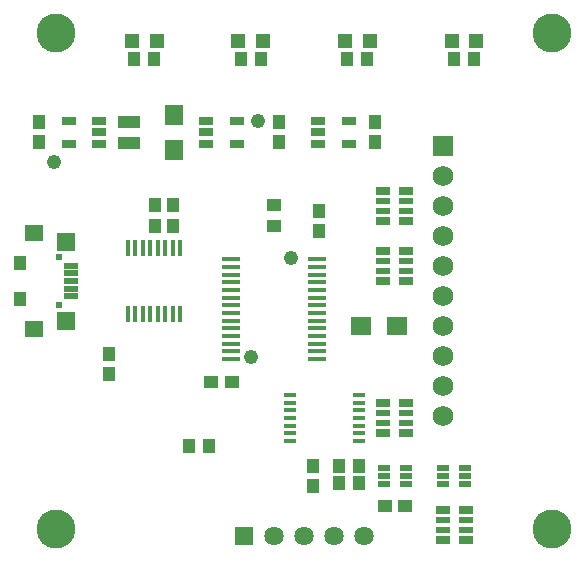
<source format=gts>
G75*
%MOIN*%
%OFA0B0*%
%FSLAX25Y25*%
%IPPOS*%
%LPD*%
%AMOC8*
5,1,8,0,0,1.08239X$1,22.5*
%
%ADD10R,0.04337X0.04731*%
%ADD11R,0.05124X0.05124*%
%ADD12R,0.04731X0.04337*%
%ADD13R,0.06699X0.05912*%
%ADD14R,0.07408X0.04416*%
%ADD15R,0.05912X0.06699*%
%ADD16R,0.04928X0.02132*%
%ADD17R,0.04928X0.02880*%
%ADD18R,0.05900X0.01770*%
%ADD19R,0.05124X0.02565*%
%ADD20R,0.01660X0.05361*%
%ADD21C,0.12998*%
%ADD22R,0.06306X0.05715*%
%ADD23R,0.05912X0.05912*%
%ADD24R,0.05124X0.01975*%
%ADD25C,0.02369*%
%ADD26R,0.06837X0.06837*%
%ADD27C,0.06837*%
%ADD28R,0.03937X0.01772*%
%ADD29R,0.04331X0.02244*%
%ADD30R,0.06424X0.06424*%
%ADD31C,0.06424*%
%ADD32C,0.04900*%
D10*
X0116197Y0106500D03*
X0122890Y0106500D03*
X0089543Y0130654D03*
X0089543Y0137346D03*
X0060016Y0155594D03*
X0060016Y0167406D03*
X0104856Y0180029D03*
X0110793Y0180029D03*
X0110793Y0186721D03*
X0104856Y0186721D03*
X0066165Y0207738D03*
X0066165Y0214431D03*
X0097902Y0235516D03*
X0104594Y0235516D03*
X0133433Y0235516D03*
X0140126Y0235516D03*
X0146165Y0214431D03*
X0146165Y0207738D03*
X0159543Y0184846D03*
X0159543Y0178154D03*
X0178043Y0207738D03*
X0178043Y0214431D03*
X0175657Y0235516D03*
X0168965Y0235516D03*
X0204492Y0235516D03*
X0211185Y0235516D03*
X0172890Y0099937D03*
X0166197Y0099937D03*
X0166197Y0094312D03*
X0172890Y0094312D03*
X0157668Y0093154D03*
X0157668Y0099846D03*
D11*
X0168177Y0241500D03*
X0176445Y0241500D03*
X0203705Y0241500D03*
X0211972Y0241500D03*
X0140913Y0241500D03*
X0132646Y0241500D03*
X0105382Y0241500D03*
X0097114Y0241500D03*
D12*
X0144543Y0186721D03*
X0144543Y0180029D03*
X0130390Y0127712D03*
X0123697Y0127712D03*
X0181509Y0086500D03*
X0188202Y0086500D03*
D13*
X0185449Y0146500D03*
X0173638Y0146500D03*
D14*
X0096165Y0207581D03*
X0096165Y0214589D03*
D15*
X0111165Y0216990D03*
X0111165Y0205179D03*
D16*
X0180705Y0188075D03*
X0180705Y0184925D03*
X0188382Y0184925D03*
X0188382Y0188075D03*
X0188382Y0168075D03*
X0188382Y0164925D03*
X0180705Y0164925D03*
X0180705Y0168075D03*
X0180705Y0117450D03*
X0180705Y0114300D03*
X0188382Y0114300D03*
X0188382Y0117450D03*
X0200705Y0081825D03*
X0200705Y0078675D03*
X0208382Y0078675D03*
X0208382Y0081825D03*
D17*
X0208382Y0085348D03*
X0200705Y0085348D03*
X0200705Y0075152D03*
X0208382Y0075152D03*
X0188382Y0110777D03*
X0180705Y0110777D03*
X0180705Y0120973D03*
X0188382Y0120973D03*
X0188382Y0161402D03*
X0180705Y0161402D03*
X0180705Y0171598D03*
X0188382Y0171598D03*
X0188382Y0181402D03*
X0180705Y0181402D03*
X0180705Y0191598D03*
X0188382Y0191598D03*
D18*
X0158937Y0168759D03*
X0158937Y0166200D03*
X0158937Y0163641D03*
X0158937Y0161082D03*
X0158937Y0158523D03*
X0158937Y0155964D03*
X0158937Y0153405D03*
X0158937Y0150845D03*
X0158937Y0148286D03*
X0158937Y0145727D03*
X0158937Y0143168D03*
X0158937Y0140609D03*
X0158937Y0138050D03*
X0158937Y0135491D03*
X0130150Y0135491D03*
X0130150Y0138050D03*
X0130150Y0140609D03*
X0130150Y0143168D03*
X0130150Y0145727D03*
X0130150Y0148286D03*
X0130150Y0150845D03*
X0130150Y0153405D03*
X0130150Y0155964D03*
X0130150Y0158523D03*
X0130150Y0161082D03*
X0130150Y0163641D03*
X0130150Y0166200D03*
X0130150Y0168759D03*
D19*
X0132161Y0207344D03*
X0121925Y0207344D03*
X0121925Y0211085D03*
X0121925Y0214825D03*
X0132161Y0214825D03*
X0159157Y0214825D03*
X0159157Y0211085D03*
X0159157Y0207344D03*
X0169394Y0207344D03*
X0169394Y0214825D03*
X0086283Y0214825D03*
X0086283Y0211085D03*
X0086283Y0207344D03*
X0076047Y0207344D03*
X0076047Y0214825D03*
D20*
X0095791Y0172441D03*
X0098291Y0172441D03*
X0100791Y0172441D03*
X0103291Y0172441D03*
X0105791Y0172441D03*
X0108291Y0172441D03*
X0110791Y0172441D03*
X0113291Y0172441D03*
X0113291Y0150559D03*
X0110791Y0150559D03*
X0108291Y0150559D03*
X0105791Y0150559D03*
X0103291Y0150559D03*
X0100791Y0150559D03*
X0098291Y0150559D03*
X0095791Y0150559D03*
D21*
X0071866Y0078823D03*
X0237220Y0078823D03*
X0237220Y0244177D03*
X0071866Y0244177D03*
D22*
X0064543Y0177543D03*
X0064543Y0145457D03*
D23*
X0075173Y0148311D03*
X0075173Y0174689D03*
D24*
X0076984Y0166618D03*
X0076984Y0164059D03*
X0076984Y0161500D03*
X0076984Y0158941D03*
X0076984Y0156382D03*
D25*
X0073008Y0153626D03*
X0073008Y0169374D03*
D26*
X0200961Y0206500D03*
D27*
X0200961Y0196500D03*
X0200961Y0186500D03*
X0200961Y0176500D03*
X0200961Y0166500D03*
X0200961Y0156500D03*
X0200961Y0146500D03*
X0200961Y0136500D03*
X0200961Y0126500D03*
X0200961Y0116500D03*
D28*
X0172934Y0115875D03*
X0172934Y0113316D03*
X0172934Y0110757D03*
X0172934Y0108198D03*
X0172934Y0118434D03*
X0172934Y0120993D03*
X0172934Y0123552D03*
X0149903Y0123552D03*
X0149903Y0120993D03*
X0149903Y0118434D03*
X0149903Y0115875D03*
X0149903Y0113316D03*
X0149903Y0110757D03*
X0149903Y0108198D03*
D29*
X0181312Y0099059D03*
X0181312Y0096500D03*
X0181312Y0093941D03*
X0188399Y0093941D03*
X0188399Y0096500D03*
X0188399Y0099059D03*
X0201000Y0099059D03*
X0201000Y0096500D03*
X0201000Y0093941D03*
X0208087Y0093941D03*
X0208087Y0096500D03*
X0208087Y0099059D03*
D30*
X0134543Y0076500D03*
D31*
X0144543Y0076500D03*
X0154543Y0076500D03*
X0164543Y0076500D03*
X0174543Y0076500D03*
D32*
X0136731Y0136313D03*
X0150043Y0169125D03*
X0139291Y0214835D03*
X0071106Y0201062D03*
M02*

</source>
